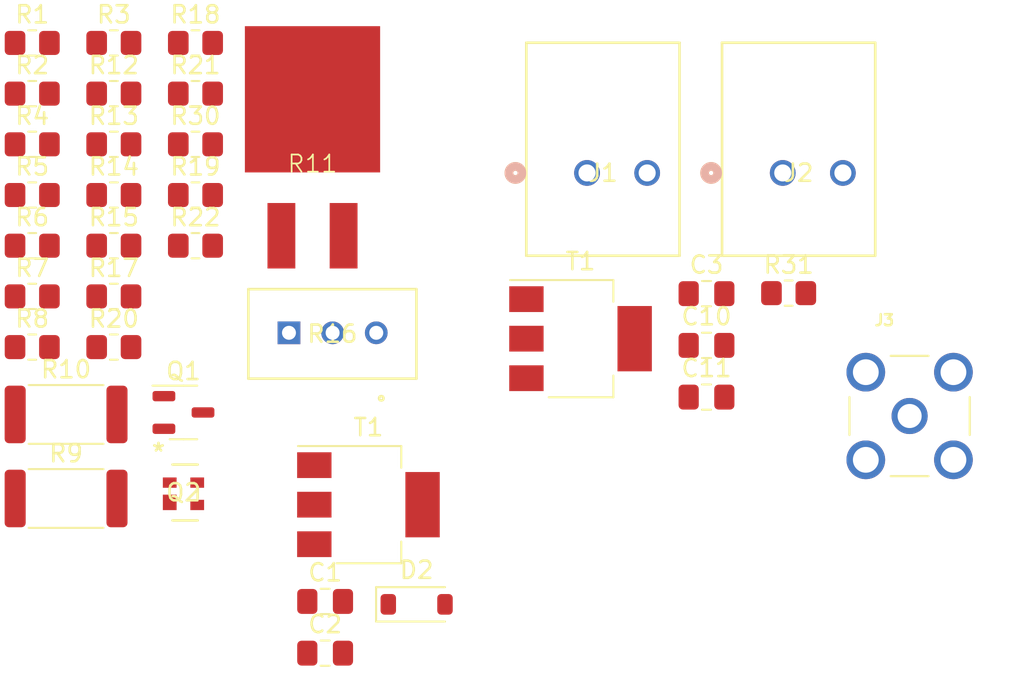
<source format=kicad_pcb>
(kicad_pcb (version 20221018) (generator pcbnew)
  (layers (0 "F.Cu" signal) (31 "B.Cu" signal) (34 "B.Paste" user) (35 "F.Paste" user) (36 "B.SilkS" user "B.Silkscreen") (37 "F.SilkS" user "F.Silkscreen") (38 "B.Mask" user) (39 "F.Mask" user) (44 "Edge.Cuts" user))
  (net 0 "")
  (net 1 "Net-(T1-E)")
  (net 2 "Net-(R13-Pad1)")
  (net 3 "Net-(T4-B)")
  (net 4 "Net-(R10-Pad2)")
  (net 5 "Net-(D1-A)")
  (net 6 "+VDC")
  (net 7 "output")
  (net 8 "Net-(T4-E)")
  (net 9 "Net-(T3-C)")
  (net 10 "Net-(R15-Pad2)")
  (net 11 "Net-(T8-B)")
  (net 12 "Net-(T10-B)")
  (net 13 "Net-(T11-B)")
  (net 14 "Net-(T12-B)")
  (net 15 "Net-(T10-E)")
  (net 16 "Net-(T11-E)")
  (net 17 "Net-(T12-E)")
  (net 18 "Net-(T1-B)")
  (net 19 "Net-(T2-B)")
  (net 20 "Net-(T1-C)")
  (net 21 "Net-(C1-Pad1)")
  (net 22 "GND")
  (net 23 "input")
  (net 24 "Net-(D2-A)")
  (net 25 "Net-(Q1-C)")
  (net 26 "Net-(Q2-E)")
  (net 27 "Net-(Q2-C)")
  (net 28 "Net-(Q2-B)")
  (net 29 "+5V")
  (footprint "Capacitor_SMD:C_0805_2012Metric_Pad1.18x1.45mm_HandSolder" (layer "F.Cu") (at -326.77 55.85)
    (fp_text reference "C11" (at 0 -1.68) (layer "F.SilkS"))
    (fp_text value "100n")
    (fp_line (start -0.261252 -0.735) (end 0.261252 -0.735) (stroke (width 0.12)) (layer "F.SilkS"))
    (fp_line (start -0.261252 0.735) (end 0.261252 0.735) (stroke (width 0.12)) (layer "F.SilkS"))
    (pad "1" smd roundrect (at -1.0375 0) (size 1.175 1.45) (layers "F.Cu" "F.Paste" "F.Mask") (roundrect_rratio 0.212766) (net 1 "Net-(T1-E)"))
    (pad "2" smd roundrect (at 1.0375 0) (size 1.175 1.45) (layers "F.Cu" "F.Paste" "F.Mask") (roundrect_rratio 0.212766) (net 22 "GND"))
  )
  (footprint "Resistor_SMD:R_0805_2012Metric_Pad1.20x1.40mm_HandSolder" (layer "F.Cu") (at -361.2575 47.04)
    (fp_text reference "R15" (at 0 -1.65) (layer "F.SilkS"))
    (fp_text value "100R")
    (fp_line (start -0.227064 -0.735) (end 0.227064 -0.735) (stroke (width 0.12)) (layer "F.SilkS"))
    (fp_line (start -0.227064 0.735) (end 0.227064 0.735) (stroke (width 0.12)) (layer "F.SilkS"))
    (pad "1" smd roundrect (at -1 0) (size 1.2 1.4) (layers "F.Cu" "F.Paste" "F.Mask") (roundrect_rratio 0.208333) (net 29 "+5V"))
    (pad "2" smd roundrect (at 1 0) (size 1.2 1.4) (layers "F.Cu" "F.Paste" "F.Mask") (roundrect_rratio 0.208333) (net 10 "Net-(R15-Pad2)"))
  )
  (footprint "1_My_Custom_Library:CONN_1984963" (layer "F.Cu") (at -320.4837 42.8052)
    (fp_text reference "J2" (at -0.925 0 unlocked) (layer "F.SilkS"))
    (fp_text value "1984963")
    (fp_circle (center -6.0177 0) (end -5.6367 0) (stroke (width 0.508)) (fill none) (layer "B.SilkS"))
    (fp_line (start -5.3827 -7.577) (end -5.3827 4.8182) (stroke (width 0.1524)) (layer "F.SilkS"))
    (fp_line (start -5.3827 4.8182) (end 3.5327 4.8182) (stroke (width 0.1524)) (layer "F.SilkS"))
    (fp_line (start 3.5327 -7.577) (end -5.3827 -7.577) (stroke (width 0.1524)) (layer "F.SilkS"))
    (fp_line (start 3.5327 4.8182) (end 3.5327 -7.577) (stroke (width 0.1524)) (layer "F.SilkS"))
    (fp_circle (center -6.0177 0) (end -5.6367 0) (stroke (width 0.508)) (fill none) (layer "F.SilkS"))
    (pad "1" thru_hole circle (at -1.85 0) (size 1.4986 1.4986) (drill 0.9906) (layers "*.Cu" "*.Mask") (net 29 "+5V"))
    (pad "2" thru_hole circle (at 1.650001 0) (size 1.4986 1.4986) (drill 0.9906) (layers "*.Cu" "*.Mask") (net 22 "GND"))
  )
  (footprint "Library:LINX_CONSMA002-L" (layer "F.Cu") (at -314.95 56.95)
    (fp_text reference "J3" (at -1.468 -5.5714) (layer "F.SilkS") (effects (font (size 0.64 0.64))))
    (fp_text value "CONSMA002-L")
    (fp_line (start -3.5 -1.1) (end -3.5 1.1) (stroke (width 0.127)) (layer "F.SilkS"))
    (fp_line (start -1.1 -3.5) (end 1.1 -3.5) (stroke (width 0.127)) (layer "F.SilkS"))
    (fp_line (start -1.1 3.5) (end 1.1 3.5) (stroke (width 0.127)) (layer "F.SilkS"))
    (fp_line (start 3.5 -1.1) (end 3.5 1.1) (stroke (width 0.127)) (layer "F.SilkS"))
    (pad "1" thru_hole circle (at 0 0) (size 2.1 2.1) (drill 1.4) (layers "*.Cu" "*.Mask") (net 7 "output"))
    (pad "S1" thru_hole circle (at -2.55 -2.55) (size 2.25 2.25) (drill 1.5) (layers "*.Cu" "*.Mask") (net 22 "GND"))
    (pad "S2" thru_hole circle (at -2.55 2.55) (size 2.25 2.25) (drill 1.5) (layers "*.Cu" "*.Mask"))
    (pad "S3" thru_hole circle (at 2.55 2.55) (size 2.25 2.25) (drill 1.5) (layers "*.Cu" "*.Mask"))
    (pad "S4" thru_hole circle (at 2.55 -2.55) (size 2.25 2.25) (drill 1.5) (layers "*.Cu" "*.Mask"))
  )
  (footprint "Resistor_SMD:R_0805_2012Metric_Pad1.20x1.40mm_HandSolder" (layer "F.Cu") (at -356.5075 47.04)
    (fp_text reference "R22" (at 0 -1.65) (layer "F.SilkS"))
    (fp_text value "47")
    (fp_line (start -0.227064 -0.735) (end 0.227064 -0.735) (stroke (width 0.12)) (layer "F.SilkS"))
    (fp_line (start -0.227064 0.735) (end 0.227064 0.735) (stroke (width 0.12)) (layer "F.SilkS"))
    (pad "1" smd roundrect (at -1 0) (size 1.2 1.4) (layers "F.Cu" "F.Paste" "F.Mask") (roundrect_rratio 0.208333) (net 7 "output"))
    (pad "2" smd roundrect (at 1 0) (size 1.2 1.4) (layers "F.Cu" "F.Paste" "F.Mask") (roundrect_rratio 0.208333) (net 17 "Net-(T12-E)"))
  )
  (footprint "Diode_SMD:D_SOD-123" (layer "F.Cu") (at -343.6375 67.91)
    (fp_text reference "D2" (at 0 -2) (layer "F.SilkS"))
    (fp_text value "1N4148W")
    (fp_line (start -2.36 -1) (end -2.36 1) (stroke (width 0.12)) (layer "F.SilkS"))
    (fp_line (start -2.36 -1) (end 1.65 -1) (stroke (width 0.12)) (layer "F.SilkS"))
    (fp_line (start -2.36 1) (end 1.65 1) (stroke (width 0.12)) (layer "F.SilkS"))
    (pad "1" smd roundrect (at -1.65 0) (size 0.9 1.2) (layers "F.Cu" "F.Paste" "F.Mask") (net 23 "input"))
    (pad "2" smd roundrect (at 1.65 0) (size 0.9 1.2) (layers "F.Cu" "F.Paste" "F.Mask") (net 24 "Net-(D2-A)"))
  )
  (footprint "Capacitor_SMD:C_0805_2012Metric_Pad1.18x1.45mm_HandSolder" (layer "F.Cu") (at -348.9625 70.75)
    (fp_text reference "C2" (at 0 -1.68) (layer "F.SilkS"))
    (fp_text value "0.1u")
    (fp_line (start -0.261252 -0.735) (end 0.261252 -0.735) (stroke (width 0.12)) (layer "F.SilkS"))
    (fp_line (start -0.261252 0.735) (end 0.261252 0.735) (stroke (width 0.12)) (layer "F.SilkS"))
    (pad "1" smd roundrect (at -1.0375 0) (size 1.175 1.45) (layers "F.Cu" "F.Paste" "F.Mask") (roundrect_rratio 0.212766) (net 23 "input"))
    (pad "2" smd roundrect (at 1.0375 0) (size 1.175 1.45) (layers "F.Cu" "F.Paste" "F.Mask") (roundrect_rratio 0.212766) (net 24 "Net-(D2-A)"))
  )
  (footprint "Package_TO_SOT_SMD:SOT-223" (layer "F.Cu") (at -334.1 52.45)
    (fp_text reference "T1" (at 0 -4.5) (layer "F.SilkS"))
    (fp_text value "BFU590G")
    (fp_line (start -4.1 -3.41) (end 1.91 -3.41) (stroke (width 0.12)) (layer "F.SilkS"))
    (fp_line (start -1.85 3.41) (end 1.91 3.41) (stroke (width 0.12)) (layer "F.SilkS"))
    (fp_line (start 1.91 -3.41) (end 1.91 -2.15) (stroke (width 0.12)) (layer "F.SilkS"))
    (fp_line (start 1.91 3.41) (end 1.91 2.15) (stroke (width 0.12)) (layer "F.SilkS"))
    (pad "1" smd rect (at -3.15 -2.3) (size 2 1.5) (layers "F.Cu" "F.Paste" "F.Mask") (net 1 "Net-(T1-E)"))
    (pad "2" smd rect (at -3.15 0) (size 2 1.5) (layers "F.Cu" "F.Paste" "F.Mask") (net 18 "Net-(T1-B)"))
    (pad "3" smd rect (at -3.15 2.3) (size 2 1.5) (layers "F.Cu" "F.Paste" "F.Mask") (net 1 "Net-(T1-E)"))
    (pad "4" smd rect (at 3.15 0) (size 2 3.8) (layers "F.Cu" "F.Paste" "F.Mask") (net 20 "Net-(T1-C)"))
  )
  (footprint "Resistor_SMD:R_0805_2012Metric_Pad1.20x1.40mm_HandSolder" (layer "F.Cu") (at -321.99 49.8)
    (fp_text reference "R31" (at 0 -1.65) (layer "F.SilkS"))
    (fp_text value "10")
    (fp_line (start -0.227064 -0.735) (end 0.227064 -0.735) (stroke (width 0.12)) (layer "F.SilkS"))
    (fp_line (start -0.227064 0.735) (end 0.227064 0.735) (stroke (width 0.12)) (layer "F.SilkS"))
    (pad "1" smd roundrect (at -1 0) (size 1.2 1.4) (layers "F.Cu" "F.Paste" "F.Mask") (roundrect_rratio 0.208333) (net 19 "Net-(T2-B)"))
    (pad "2" smd roundrect (at 1 0) (size 1.2 1.4) (layers "F.Cu" "F.Paste" "F.Mask") (roundrect_rratio 0.208333) (net 29 "+5V"))
  )
  (footprint "Resistor_SMD:R_0805_2012Metric_Pad1.20x1.40mm_HandSolder" (layer "F.Cu") (at -366.0075 35.24)
    (fp_text reference "R1" (at 0 -1.65) (layer "F.SilkS"))
    (fp_text value "330")
    (fp_line (start -0.227064 -0.735) (end 0.227064 -0.735) (stroke (width 0.12)) (layer "F.SilkS"))
    (fp_line (start -0.227064 0.735) (end 0.227064 0.735) (stroke (width 0.12)) (layer "F.SilkS"))
    (pad "1" smd roundrect (at -1 0) (size 1.2 1.4) (layers "F.Cu" "F.Paste" "F.Mask") (roundrect_rratio 0.208333) (net 29 "+5V"))
    (pad "2" smd roundrect (at 1 0) (size 1.2 1.4) (layers "F.Cu" "F.Paste" "F.Mask") (roundrect_rratio 0.208333) (net 25 "Net-(Q1-C)"))
  )
  (footprint "Capacitor_SMD:C_0805_2012Metric_Pad1.18x1.45mm_HandSolder" (layer "F.Cu") (at -348.9625 67.74)
    (fp_text reference "C1" (at 0 -1.68) (layer "F.SilkS"))
    (fp_text value "470p")
    (fp_line (start -0.261252 -0.735) (end 0.261252 -0.735) (stroke (width 0.12)) (layer "F.SilkS"))
    (fp_line (start -0.261252 0.735) (end 0.261252 0.735) (stroke (width 0.12)) (layer "F.SilkS"))
    (pad "1" smd roundrect (at -1.0375 0) (size 1.175 1.45) (layers "F.Cu" "F.Paste" "F.Mask") (roundrect_rratio 0.212766) (net 21 "Net-(C1-Pad1)"))
    (pad "2" smd roundrect (at 1.0375 0) (size 1.175 1.45) (layers "F.Cu" "F.Paste" "F.Mask") (roundrect_rratio 0.212766) (net 22 "GND"))
  )
  (footprint "Resistor_SMD:R_0805_2012Metric_Pad1.20x1.40mm_HandSolder" (layer "F.Cu") (at -361.2575 44.09)
    (fp_text reference "R14" (at 0 -1.65) (layer "F.SilkS"))
    (fp_text value "22")
    (fp_line (start -0.227064 -0.735) (end 0.227064 -0.735) (stroke (width 0.12)) (layer "F.SilkS"))
    (fp_line (start -0.227064 0.735) (end 0.227064 0.735) (stroke (width 0.12)) (layer "F.SilkS"))
    (pad "1" smd roundrect (at -1 0) (size 1.2 1.4) (layers "F.Cu" "F.Paste" "F.Mask") (roundrect_rratio 0.208333) (net 6 "+VDC"))
    (pad "2" smd roundrect (at 1 0) (size 1.2 1.4) (layers "F.Cu" "F.Paste" "F.Mask") (roundrect_rratio 0.208333) (net 9 "Net-(T3-C)"))
  )
  (footprint "Resistor_SMD:R_0805_2012Metric_Pad1.20x1.40mm_HandSolder" (layer "F.Cu") (at -356.5075 35.24)
    (fp_text reference "R18" (at 0 -1.65) (layer "F.SilkS"))
    (fp_text value "47")
    (fp_line (start -0.227064 -0.735) (end 0.227064 -0.735) (stroke (width 0.12)) (layer "F.SilkS"))
    (fp_line (start -0.227064 0.735) (end 0.227064 0.735) (stroke (width 0.12)) (layer "F.SilkS"))
    (pad "1" smd roundrect (at -1 0) (size 1.2 1.4) (layers "F.Cu" "F.Paste" "F.Mask") (roundrect_rratio 0.208333) (net 2 "Net-(R13-Pad1)"))
    (pad "2" smd roundrect (at 1 0) (size 1.2 1.4) (layers "F.Cu" "F.Paste" "F.Mask") (roundrect_rratio 0.208333) (net 13 "Net-(T11-B)"))
  )
  (footprint "Resistor_SMD:R_0805_2012Metric_Pad1.20x1.40mm_HandSolder" (layer "F.Cu") (at -361.2575 41.14)
    (fp_text reference "R13" (at 0 -1.65) (layer "F.SilkS"))
    (fp_text value "47")
    (fp_line (start -0.227064 -0.735) (end 0.227064 -0.735) (stroke (width 0.12)) (layer "F.SilkS"))
    (fp_line (start -0.227064 0.735) (end 0.227064 0.735) (stroke (width 0.12)) (layer "F.SilkS"))
    (pad "1" smd roundrect (at -1 0) (size 1.2 1.4) (layers "F.Cu" "F.Paste" "F.Mask") (roundrect_rratio 0.208333) (net 2 "Net-(R13-Pad1)"))
    (pad "2" smd roundrect (at 1 0) (size 1.2 1.4) (layers "F.Cu" "F.Paste" "F.Mask") (roundrect_rratio 0.208333) (net 5 "Net-(D1-A)"))
  )
  (footprint "Resistor_SMD:R_0805_2012Metric_Pad1.20x1.40mm_HandSolder" (layer "F.Cu") (at -366.0075 52.94)
    (fp_text reference "R8" (at 0 -1.65) (layer "F.SilkS"))
    (fp_text value "330")
    (fp_line (start -0.227064 -0.735) (end 0.227064 -0.735) (stroke (width 0.12)) (layer "F.SilkS"))
    (fp_line (start -0.227064 0.735) (end 0.227064 0.735) (stroke (width 0.12)) (layer "F.SilkS"))
    (pad "1" smd roundrect (at -1 0) (size 1.2 1.4) (layers "F.Cu" "F.Paste" "F.Mask") (roundrect_rratio 0.208333) (net 26 "Net-(Q2-E)"))
    (pad "2" smd roundrect (at 1 0) (size 1.2 1.4) (layers "F.Cu" "F.Paste" "F.Mask") (roundrect_rratio 0.208333) (net 21 "Net-(C1-Pad1)"))
  )
  (footprint "Package_TO_SOT_SMD:SOT-223" (layer "F.Cu") (at -346.4425 62.11)
    (fp_text reference "T1" (at 0 -4.5) (layer "F.SilkS"))
    (fp_text value "NPN")
    (fp_line (start -4.1 -3.41) (end 1.91 -3.41) (stroke (width 0.12)) (layer "F.SilkS"))
    (fp_line (start -1.85 3.41) (end 1.91 3.41) (stroke (width 0.12)) (layer "F.SilkS"))
    (fp_line (start 1.91 -3.41) (end 1.91 -2.15) (stroke (width 0.12)) (layer "F.SilkS"))
    (fp_line (start 1.91 3.41) (end 1.91 2.15) (stroke (width 0.12)) (layer "F.SilkS"))
    (pad "1" smd rect (at -3.15 -2.3) (size 2 1.5) (layers "F.Cu" "F.Paste" "F.Mask"))
    (pad "2" smd rect (at -3.15 0) (size 2 1.5) (layers "F.Cu" "F.Paste" "F.Mask"))
    (pad "3" smd rect (at -3.15 2.3) (size 2 1.5) (layers "F.Cu" "F.Paste" "F.Mask"))
    (pad "4" smd rect (at 3.15 0) (size 2 3.8) (layers "F.Cu" "F.Paste" "F.Mask"))
  )
  (footprint "Resistor_SMD:R_2512_6332Metric" (layer "F.Cu") (at -364.0375 56.86)
    (fp_text reference "R10" (at 0 -2.62) (layer "F.SilkS"))
    (fp_text value "1k6")
    (fp_line (start -2.177064 -1.71) (end 2.177064 -1.71) (stroke (width 0.12)) (layer "F.SilkS"))
    (fp_line (start -2.177064 1.71) (end 2.177064 1.71) (stroke (width 0.12)) (layer "F.SilkS"))
    (pad "1" smd roundrect (at -2.9625 0) (size 1.225 3.35) (layers "F.Cu" "F.Paste" "F.Mask") (roundrect_rratio 0.204082) (net 5 "Net-(D1-A)"))
    (pad "2" smd roundrect (at 2.9625 0) (size 1.225 3.35) (layers "F.Cu" "F.Paste" "F.Mask") (roundrect_rratio 0.204082) (net 4 "Net-(R10-Pad2)"))
  )
  (footprint "Resistor_SMD:R_0805_2012Metric_Pad1.20x1.40mm_HandSolder" (layer "F.Cu") (at -361.2575 38.19)
    (fp_text reference "R12" (at 0 -1.65) (layer "F.SilkS"))
    (fp_text value "47")
    (fp_line (start -0.227064 -0.735) (end 0.227064 -0.735) (stroke (width 0.12)) (layer "F.SilkS"))
    (fp_line (start -0.227064 0.735) (end 0.227064 0.735) (stroke (width 0.12)) (layer "F.SilkS"))
    (pad "1" smd roundrect (at -1 0) (size 1.2 1.4) (layers "F.Cu" "F.Paste" "F.Mask") (roundrect_rratio 0.208333) (net 7 "output"))
    (pad "2" smd roundrect (at 1 0) (size 1.2 1.4) (layers "F.Cu" "F.Paste" "F.Mask") (roundrect_rratio 0.208333) (net 8 "Net-(T4-E)"))
  )
  (footprint "Package_TO_SOT_SMD:SOT-23-3" (layer "F.Cu") (at -357.2063 56.7438)
    (fp_text reference "Q1" (at 0 -2.4) (layer "F.SilkS"))
    (fp_text value "PNP")
    (fp_line (start 0 -1.56) (end -1.8 -1.56) (stroke (width 0.12)) (layer "F.SilkS"))
    (fp_line (start 0 -1.56) (end 0.8 -1.56) (stroke (width 0.12)) (layer "F.SilkS"))
    (fp_line (start 0 1.56) (end -0.8 1.56) (stroke (width 0.12)) (layer "F.SilkS"))
    (fp_line (start 0 1.56) (end 0.8 1.56) (stroke (width 0.12)) (layer "F.SilkS"))
    (pad "1" smd roundrect (at -1.1375 -0.95) (size 1.325 0.6) (layers "F.Cu" "F.Paste" "F.Mask") (net 25 "Net-(Q1-C)"))
    (pad "2" smd roundrect (at -1.1375 0.95) (size 1.325 0.6) (layers "F.Cu" "F.Paste" "F.Mask") (net 24 "Net-(D2-A)"))
    (pad "3" smd roundrect (at 1.1375 0) (size 1.325 0.6) (layers "F.Cu" "F.Paste" "F.Mask") (net 22 "GND"))
  )
  (footprint "Resistor_SMD:R_0805_2012Metric_Pad1.20x1.40mm_HandSolder" (layer "F.Cu") (at -366.0075 44.09)
    (fp_text reference "R5" (at 0 -1.65) (layer "F.SilkS"))
    (fp_text value "10")
    (fp_line (start -0.227064 -0.735) (end 0.227064 -0.735) (stroke (width 0.12)) (layer "F.SilkS"))
    (fp_line (start -0.227064 0.735) (end 0.227064 0.735) (stroke (width 0.12)) (layer "F.SilkS"))
    (pad "1" smd roundrect (at -1 0) (size 1.2 1.4) (layers "F.Cu" "F.Paste" "F.Mask") (roundrect_rratio 0.208333) (net 25 "Net-(Q1-C)"))
    (pad "2" smd roundrect (at 1 0) (size 1.2 1.4) (layers "F.Cu" "F.Paste" "F.Mask") (roundrect_rratio 0.208333) (net 28 "Net-(Q2-B)"))
  )
  (footprint "Library:PWR163 DPAK" (layer "F.Cu") (at -349.6975 42.775)
    (fp_text reference "R11" (at 0 -0.5 unlocked) (layer "F.SilkS") (effects (font (thickness 0.1))))
    (fp_text value "360")
    (pad "1" smd rect (at -1.81 3.685) (size 1.62 3.81) (layers "F.Cu" "F.Paste" "F.Mask") (net 6 "+VDC"))
    (pad "2" smd rect (at 1.81 3.685) (size 1.62 3.81) (layers "F.Cu" "F.Paste" "F.Mask") (net 5 "Net-(D1-A)"))
    (pad "3" smd rect (at 0 -4.255) (size 7.87 8.51) (layers "F.Cu" "F.Paste" "F.Mask"))
  )
  (footprint "Resistor_SMD:R_0805_2012Metric_Pad1.20x1.40mm_HandSolder" (layer "F.Cu") (at -356.5075 44.09)
    (fp_text reference "R19" (at 0 -1.65) (layer "F.SilkS"))
    (fp_text value "47")
    (fp_line (start -0.227064 -0.735) (end 0.227064 -0.735) (stroke (width 0.12)) (layer "F.SilkS"))
    (fp_line (start -0.227064 0.735) (end 0.227064 0.735) (stroke (width 0.12)) (layer "F.SilkS"))
    (pad "1" smd roundrect (at -1 0) (size 1.2 1.4) (layers "F.Cu" "F.Paste" "F.Mask") (roundrect_rratio 0.208333) (net 2 "Net-(R13-Pad1)"))
    (pad "2" smd roundrect (at 1 0) (size 1.2 1.4) (layers "F.Cu" "F.Paste" "F.Mask") (roundrect_rratio 0.208333) (net 14 "Net-(T12-B)"))
  )
  (footprint "Resistor_SMD:R_0805_2012Metric_Pad1.20x1.40mm_HandSolder" (layer "F.Cu") (at -361.2575 49.99)
    (fp_text reference "R17" (at 0 -1.65) (layer "F.SilkS"))
    (fp_text value "47")
    (fp_line (start -0.227064 -0.735) (end 0.227064 -0.735) (stroke (width 0.12)) (layer "F.SilkS"))
    (fp_line (start -0.227064 0.735) (end 0.227064 0.735) (stroke (width 0.12)) (layer "F.SilkS"))
    (pad "1" smd roundrect (at -1 0) (size 1.2 1.4) (layers "F.Cu" "F.Paste" "F.Mask") (roundrect_rratio 0.208333) (net 2 "Net-(R13-Pad1)"))
    (pad "2" smd roundrect (at 1 0) (size 1.2 1.4) (layers "F.Cu" "F.Paste" "F.Mask") (roundrect_rratio 0.208333) (net 12 "Net-(T10-B)"))
  )
  (footprint "Resistor_SMD:R_0805_2012Metric_Pad1.20x1.40mm_HandSolder" (layer "F.Cu") (at -356.5075 41.14)
    (fp_text reference "R30" (at 0 -1.65) (layer "F.SilkS"))
    (fp_text value "10")
    (fp_line (start -0.227064 -0.735) (end 0.227064 -0.735) (stroke (width 0.12)) (layer "F.SilkS"))
    (fp_line (start -0.227064 0.735) (end 0.227064 0.735) (stroke (width 0.12)) (layer "F.SilkS"))
    (pad "1" smd roundrect (at -1 0) (size 1.2 1.4) (layers "F.Cu" "F.Paste" "F.Mask") (roundrect_rratio 0.208333) (net 18 "Net-(T1-B)"))
    (pad "2" smd roundrect (at 1 0) (size 1.2 1.4) (layers "F.Cu" "F.Paste" "F.Mask") (roundrect_rratio 0.208333) (net 27 "Net-(Q2-C)"))
  )
  (footprint "Resistor_SMD:R_0805_2012Metric_Pad1.20x1.40mm_HandSolder" (layer "F.Cu") (at -356.5075 38.19)
    (fp_text reference "R21" (at 0 -1.65) (layer "F.SilkS"))
    (fp_text value "47")
    (fp_line (start -0.227064 -0.735) (end 0.227064 -0.735) (stroke (width 0.12)) (layer "F.SilkS"))
    (fp_line (start -0.227064 0.735) (end 0.227064 0.735) (stroke (width 0.12)) (layer "F.SilkS"))
    (pad "1" smd roundrect (at -1 0) (size 1.2 1.4) (layers "F.Cu" "F.Paste" "F.Mask") (roundrect_rratio 0.208333) (net 7 "output"))
    (pad "2" smd roundrect (at 1 0) (size 1.2 1.4) (layers "F.Cu" "F.Paste" "F.Mask") (roundrect_rratio 0.208333) (net 16 "Net-(T11-E)"))
  )
  (footprint "Resistor_SMD:R_0805_2012Metric_Pad1.20x1.40mm_HandSolder" (layer "F.Cu") (at -361.2575 35.24)
    (fp_text reference "R3" (at 0 -1.65) (layer "F.SilkS"))
    (fp_text value "47")
    (fp_line (start -0.227064 -0.735) (end 0.227064 -0.735) (stroke (width 0.12)) (layer "F.SilkS"))
    (fp_line (start -0.227064 0.735) (end 0.227064 0.735) (stroke (width 0.12)) (layer "F.SilkS"))
    (pad "1" smd roundrect (at -1 0) (size 1.2 1.4) (layers "F.Cu" "F.Paste" "F.Mask") (roundrect_rratio 0.208333) (net 2 "Net-(R13-Pad1)"))
    (pad "2" smd roundrect (at 1 0) (size 1.2 1.4) (layers "F.Cu" "F.Paste" "F.Mask") (roundrect_rratio 0.208333) (net 3 "Net-(T4-B)"))
  )
  (footprint "Capacitor_SMD:C_0805_2012Metric_Pad1.18x1.45mm_HandSolder" (layer "F.Cu") (at -326.77 49.83)
    (fp_text reference "C3" (at 0 -1.68) (layer "F.SilkS"))
    (fp_text value "100n")
    (fp_line (start -0.261252 -0.735) (end 0.261252 -0.735) (stroke (width 0.12)) (layer "F.SilkS"))
    (fp_line (start -0.261252 0.735) (end 0.261252 0.735) (stroke (width 0.12)) (layer "F.SilkS"))
    (pad "1" smd roundrect (at -1.0375 0) (size 1.175 1.45) (layers "F.Cu" "F.Paste" "F.Mask") (roundrect_rratio 0.212766) (net 1 "Net-(T1-E)"))
    (pad "2" smd roundrect (at 1.0375 0) (size 1.175 1.45) (layers "F.Cu" "F.Paste" "F.Mask") (roundrect_rratio 0.212766) (net 22 "GND"))
  )
  (footprint "Resistor_SMD:R_0805_2012Metric_Pad1.20x1.40mm_HandSolder" (layer "F.Cu") (at -366.0075 38.19)
    (fp_text reference "R2" (at 0 -1.65) (layer "F.SilkS"))
    (fp_text value "10k")
    (fp_line (start -0.227064 -0.735) (end 0.227064 -0.735) (stroke (width 0.12)) (layer "F.SilkS"))
    (fp_line (start -0.227064 0.735) (end 0.227064 0.735) (stroke (width 0.12)) (layer "F.SilkS"))
    (pad "1" smd roundrect (at -1 0) (size 1.2 1.4) (layers "F.Cu" "F.Paste" "F.Mask") (roundrect_rratio 0.208333) (net 29 "+5V"))
    (pad "2" smd roundrect (at 1 0) (size 1.2 1.4) (layers "F.Cu" "F.Paste" "F.Mask") (roundrect_rratio 0.208333) (net 24 "Net-(D2-A)"))
  )
  (footprint "Resistor_SMD:R_0805_2012Metric_Pad1.20x1.40mm_HandSolder" (layer "F.Cu") (at -366.0075 41.14)
    (fp_text reference "R4" (at 0 -1.65) (layer "F.SilkS"))
    (fp_text value "51")
    (fp_line (start -0.227064 -0.735) (end 0.227064 -0.735) (stroke (width 0.12)) (layer "F.SilkS"))
    (fp_line (start -0.227064 0.735) (end 0.227064 0.735) (stroke (width 0.12)) (layer "F.SilkS"))
    (pad "1" smd roundrect (at -1 0) (size 1.2 1.4) (layers "F.Cu" "F.Paste" "F.Mask") (roundrect_rratio 0.208333) (net 23 "input"))
    (pad "2" smd roundrect (at 1 0) (size 1.2 1.4) (layers "F.Cu" "F.Paste" "F.Mask") (roundrect_rratio 0.208333) (net 22 "GND"))
  )
  (footprint "Capacitor_SMD:C_0805_2012Metric_Pad1.18x1.45mm_HandSolder" (layer "F.Cu") (at -326.77 52.84)
    (fp_text reference "C10" (at 0 -1.68) (layer "F.SilkS"))
    (fp_text value "0.1u")
    (fp_line (start -0.261252 -0.735) (end 0.261252 -0.735) (stroke (width 0.12)) (layer "F.SilkS"))
    (fp_line (start -0.261252 0.735) (end 0.261252 0.735) (stroke (width 0.12)) (layer "F.SilkS"))
    (pad "1" smd roundrect (at -1.0375 0) (size 1.175 1.45) (layers "F.Cu" "F.Paste" "F.Mask") (roundrect_rratio 0.212766) (net 29 "+5V"))
    (pad "2" smd roundrect (at 1.0375 0) (size 1.175 1.45) (layers "F.Cu" "F.Paste" "F.Mask") (roundrect_rratio 0.212766) (net 22 "GND"))
  )
  (footprint "Library:POT_3296W" (layer "F.Cu") (at -351.0671 52.1082)
    (fp_text reference "R16" (at 2.5273 0.0635 unlocked) (layer "F.SilkS"))
    (fp_text value "R_Potentiometer_Trim")
    (fp_line (start -2.3622 -2.54) (end -2.3622 2.667) (stroke (width 0.1524)) (layer "F.SilkS"))
    (fp_line (start -2.3622 2.667) (end 7.4168 2.667) (stroke (width 0.1524)) (layer "F.SilkS"))
    (fp_line (start 7.4168 -2.54) (end -2.3622 -2.54) (stroke (width 0.1524)) (layer "F.SilkS"))
    (fp_line (start 7.4168 2.667) (end 7.4168 -2.54) (stroke (width 0.1524)) (layer "F.SilkS"))
    (fp_circle (center 5.3721 3.81) (end 5.4991 3.81) (stroke (width 0.1524)) (fill none) (layer "F.SilkS"))
    (pad "1" thru_hole circle (at 5.08 0) (size 1.3208 1.3208) (drill 0.8128) (layers "*.Cu" "*.Mask") (net 10 "Net-(R15-Pad2)"))
    (pad "2" thru_hole circle (at 2.54 0) (size 1.3208 1.3208) (drill 0.8128) (layers "*.Cu" "*.Mask") (net 11 "Net-(T8-B)"))
    (pad "3" thru_hole rect (at 0 0) (size 1.3208 1.3208) (drill 0.8128) (layers "*.Cu" "*.Mask") (net 22 "GND"))
  )
  (footprint "Resistor_SMD:R_2512_6332Metric" (layer "F.Cu") (at -364.0375 61.75)
    (fp_text reference "R9" (at 0 -2.62) (layer "F.SilkS"))
    (fp_text value "1k6")
    (fp_line (start -2.177064 -1.71) (end 2.177064 -1.71) (stroke (width 0.12)) (layer "F.SilkS"))
    (fp_line (start -2.177064 1.71) (end 2.177064 1.71) (stroke (width 0.12)) (layer "F.SilkS"))
    (pad "1" smd roundrect (at -2.9625 0) (size 1.225 3.35) (layers "F.Cu" "F.Paste" "F.Mask") (roundrect_rratio 0.204082) (net 4 "Net-(R10-Pad2)"))
    (pad "2" smd roundrect (at 2.9625 0) (size 1.225 3.35) (layers "F.Cu" "F.Paste" "F.Mask") (roundrect_rratio 0.204082) (net 27 "Net-(Q2-C)"))
  )
  (footprint "Resistor_SMD:R_0805_2012Metric_Pad1.20x1.40mm_HandSolder" (layer "F.Cu") (at -366.0075 47.04)
    (fp_text reference "R6" (at 0 -1.65) (layer "F.SilkS"))
    (fp_text value "160")
    (fp_line (start -0.227064 -0.735) (end 0.227064 -0.735) (stroke (width 0.12)) (layer "F.SilkS"))
    (fp_line (start -0.227064 0.735) (end 0.227064 0.735) (stroke (width 0.12)) (layer "F.SilkS"))
    (pad "1" smd roundrect (at -1 0) (size 1.2 1.4) (layers "F.Cu" "F.Paste" "F.Mask") (roundrect_rratio 0.208333) (net 29 "+5V"))
    (pad "2" smd roundrect (at 1 0) (size 1.2 1.4) (layers "F.Cu" "F.Paste" "F.Mask") (roundrect_rratio 0.208333) (net 27 "Net-(Q2-C)"))
  )
  (footprint "Library:TRANS_BFP196E6327HTSA1_INF" (layer "F.Cu") (at -357.2063 61.4014)
    (fp_text reference "Q2" (at 0 0 unlocked) (layer "F.SilkS"))
    (fp_text value "BFP196E6327HTSA1")
    (fp_text user "*" (at -1.4528 -2.3359) (layer "F.SilkS"))
    (fp_text user "*" (at -1.4528 -2.3359 unlocked) (layer "F.SilkS"))
    (fp_line (start -0.635606 1.6256) (end 0.8255 1.6256) (stroke (width 0.1524)) (layer "F.SilkS"))
    (fp_line (start 0.8255 -1.6256) (end -0.635606 -1.6256) (stroke (width 0.1524)) (layer "F.SilkS"))
    (fp_line (start 0.8255 0.337861) (end 0.8255 -0.337861) (stroke (width 0.1524)) (layer "F.SilkS"))
    (pad "1" smd rect (at -0.8 -0.575) (size 0.8 0.6) (layers "F.Cu" "F.Paste" "F.Mask") (net 26 "Net-(Q2-E)"))
    (pad "2" smd rect (at -0.8 0.575) (size 0.8 0.9) (layers "F.Cu" "F.Paste" "F.Mask") (net 27 "Net-(Q2-C)"))
    (pad "3" smd rect (at 0.8 0.725) (size 0.8 0.6) (layers "F.Cu" "F.Paste" "F.Mask") (net 26 "Net-(Q2-E)"))
    (pad "4" smd rect (at 0.8 -0.575) (size 0.8 0.6) (layers "F.Cu" "F.Paste" "F.Mask") (net 28 "Net-(Q2-B)"))
  )
  (footprint "1_My_Custom_Library:CONN_1984963" (layer "F.Cu") (at -331.8723 42.8052)
    (fp_text reference "J1" (at -0.925 0 unlocked) (layer "F.SilkS"))
    (fp_text value "1984963")
    (fp_circle (center -6.0177 0) (end -5.6367 0) (stroke (width 0.508)) (fill none) (layer "B.SilkS"))
    (fp_line (start -5.3827 -7.577) (end -5.3827 4.8182) (stroke (width 0.1524)) (layer "F.SilkS"))
    (fp_line (start -5.3827 4.8182) (end 3.5327 4.8182) (stroke (width 0.1524)) (layer "F.SilkS"))
    (fp_line (start 3.5327 -7.577) (end -5.3827 -7.577) (stroke (width 0.1524)) (layer "F.SilkS"))
    (fp_line (start 3.5327 4.8182) (end 3.5327 -7.577) (stroke (width 0.1524)) (layer "F.SilkS"))
    (fp_circle (center -6.0177 0) (end -5.6367 0) (stroke (width 0.508)) (fill none) (layer "F.SilkS"))
    (pad "1" thru_hole circle (at -1.85 0) (size 1.4986 1.4986) (drill 0.9906) (layers "*.Cu" "*.Mask") (net 6 "+VDC"))
    (pad "2" thru_hole circle (at 1.650001 0) (size 1.4986 1.4986) (drill 0.9906) (layers "*.Cu" "*.Mask") (net 22 "GND"))
  )
  (footprint "Resistor_SMD:R_0805_2012Metric_Pad1.20x1.40mm_HandSolder" (layer "F.Cu") (at -366.0075 49.99)
    (fp_text reference "R7" (at 0 -1.65) (layer "F.SilkS"))
    (fp_text value "51")
    (fp_line (start -0.227064 -0.735) (end 0.227064 -0.735) (stroke (width 0.12)) (layer "F.SilkS"))
    (fp_line (start -0.227064 0.735) (end 0.227064 0.735) (stroke (width 0.12)) (layer "F.SilkS"))
    (pad "1" smd roundrect (at -1 0) (size 1.2 1.4) (layers "F.Cu" "F.Paste" "F.Mask") (roundrect_rratio 0.208333) (net 26 "Net-(Q2-E)"))
    (pad "2" smd roundrect (at 1 0) (size 1.2 1.4) (layers "F.Cu" "F.Paste" "F.Mask") (roundrect_rratio 0.208333) (net 22 "GND"))
  )
  (footprint "Resistor_SMD:R_0805_2012Metric_Pad1.20x1.40mm_HandSolder" (layer "F.Cu") (at -361.2575 52.94)
    (fp_text reference "R20" (at 0 -1.65) (layer "F.SilkS"))
    (fp_text value "47")
    (fp_line (start -0.227064 -0.735) (end 0.227064 -0.735) (stroke (width 0.12)) (layer "F.SilkS"))
    (fp_line (start -0.227064 0.735) (end 0.227064 0.735) (stroke (width 0.12)) (layer "F.SilkS"))
    (pad "1" smd roundrect (at -1 0) (size 1.2 1.4) (layers "F.Cu" "F.Paste" "F.Mask") (roundrect_rratio 0.208333) (net 7 "output"))
    (pad "2" smd roundrect (at 1 0) (size 1.2 1.4) (layers "F.Cu" "F.Paste" "F.Mask") (roundrect_rratio 0.208333) (net 15 "Net-(T10-E)"))
  )
)
</source>
